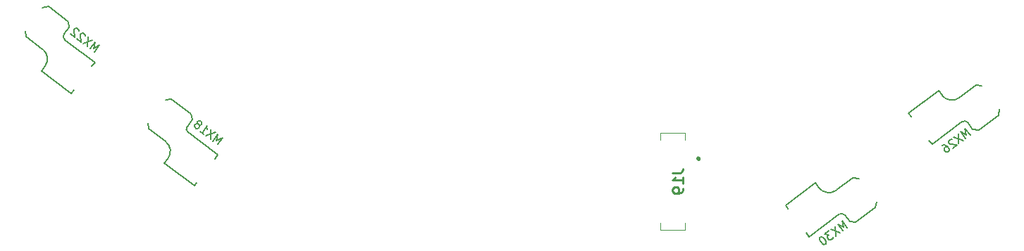
<source format=gbr>
G04 #@! TF.GenerationSoftware,KiCad,Pcbnew,(5.1.4)-1*
G04 #@! TF.CreationDate,2023-03-14T14:53:53-04:00*
G04 #@! TF.ProjectId,ThumbsUp,5468756d-6273-4557-902e-6b696361645f,rev?*
G04 #@! TF.SameCoordinates,Original*
G04 #@! TF.FileFunction,Legend,Bot*
G04 #@! TF.FilePolarity,Positive*
%FSLAX46Y46*%
G04 Gerber Fmt 4.6, Leading zero omitted, Abs format (unit mm)*
G04 Created by KiCad (PCBNEW (5.1.4)-1) date 2023-03-14 14:53:53*
%MOMM*%
%LPD*%
G04 APERTURE LIST*
%ADD10C,0.150000*%
%ADD11C,0.400000*%
%ADD12C,0.100000*%
%ADD13C,0.254000*%
G04 APERTURE END LIST*
D10*
X201452062Y-87555719D02*
X201752969Y-87955037D01*
X207874453Y-88601138D02*
G75*
G02X208574678Y-88699549I300907J-399318D01*
G01*
X212272624Y-87791150D02*
X209876718Y-89596595D01*
X212371035Y-87090924D02*
X212272624Y-87791150D01*
X209564457Y-84197290D02*
X207567868Y-85701827D01*
X203919504Y-90830125D02*
X204280593Y-91309306D01*
X210264682Y-84295700D02*
X209564457Y-84197290D01*
X204280593Y-91309306D02*
X207874452Y-88601139D01*
X208574678Y-88699549D02*
X209176493Y-89498184D01*
X209876718Y-89596595D02*
X209176493Y-89498184D01*
X207567869Y-85701828D02*
G75*
G02X205467192Y-85406597I-902723J1197954D01*
G01*
X205045922Y-84847552D02*
X201452062Y-87555719D01*
X205467192Y-85406597D02*
X205045922Y-84847552D01*
D11*
X176182000Y-93058000D02*
G75*
G03X176182000Y-92958000I0J50000D01*
G01*
X176182000Y-92958000D02*
G75*
G03X176182000Y-93058000I0J-50000D01*
G01*
X176182000Y-92958000D02*
X176182000Y-92958000D01*
X176182000Y-93058000D02*
X176182000Y-93058000D01*
D12*
X174632000Y-101608000D02*
X174632000Y-100758000D01*
X171632000Y-101608000D02*
X174632000Y-101608000D01*
X171632000Y-100758000D02*
X171632000Y-101608000D01*
X174632000Y-89908000D02*
X174632000Y-90758000D01*
X171632000Y-89908000D02*
X174632000Y-89908000D01*
X171632000Y-90758000D02*
X171632000Y-89908000D01*
D10*
X186677305Y-98689297D02*
X186978212Y-99088615D01*
X193099696Y-99734716D02*
G75*
G02X193799921Y-99833127I300907J-399318D01*
G01*
X197497867Y-98924728D02*
X195101961Y-100730173D01*
X197596278Y-98224502D02*
X197497867Y-98924728D01*
X194789700Y-95330868D02*
X192793111Y-96835405D01*
X189144747Y-101963703D02*
X189505836Y-102442884D01*
X195489925Y-95429278D02*
X194789700Y-95330868D01*
X189505836Y-102442884D02*
X193099695Y-99734717D01*
X193799921Y-99833127D02*
X194401736Y-100631762D01*
X195101961Y-100730173D02*
X194401736Y-100631762D01*
X192793112Y-96835406D02*
G75*
G02X190692435Y-96540175I-902723J1197954D01*
G01*
X190271165Y-95981130D02*
X186677305Y-98689297D01*
X190692435Y-96540175D02*
X190271165Y-95981130D01*
X115650435Y-96325992D02*
X115951343Y-95926674D01*
X114885105Y-89864237D02*
G75*
G02X114786696Y-89164012I300908J399317D01*
G01*
X112894194Y-85859706D02*
X115290100Y-87665151D01*
X112193969Y-85958117D02*
X112894194Y-85859706D01*
X110186026Y-89453566D02*
X112182615Y-90958104D01*
X118117877Y-93051586D02*
X118478966Y-92572405D01*
X110087616Y-88753341D02*
X110186026Y-89453566D01*
X118478966Y-92572405D02*
X114885106Y-89864237D01*
X114786696Y-89164012D02*
X115388511Y-88365377D01*
X115290100Y-87665151D02*
X115388511Y-88365377D01*
X112182615Y-90958104D02*
G75*
G02X112477846Y-93058779I-902722J-1197953D01*
G01*
X112056575Y-93617824D02*
X115650435Y-96325992D01*
X112477846Y-93058779D02*
X112056575Y-93617824D01*
X100875678Y-85192415D02*
X101176586Y-84793097D01*
X100110348Y-78730660D02*
G75*
G02X100011939Y-78030435I300908J399317D01*
G01*
X98119437Y-74726129D02*
X100515343Y-76531574D01*
X97419212Y-74824540D02*
X98119437Y-74726129D01*
X95411269Y-78319989D02*
X97407858Y-79824527D01*
X103343120Y-81918009D02*
X103704209Y-81438828D01*
X95312859Y-77619764D02*
X95411269Y-78319989D01*
X103704209Y-81438828D02*
X100110349Y-78730660D01*
X100011939Y-78030435D02*
X100613754Y-77231800D01*
X100515343Y-76531574D02*
X100613754Y-77231800D01*
X97407858Y-79824527D02*
G75*
G02X97703089Y-81925202I-902722J-1197953D01*
G01*
X97281818Y-82484247D02*
X100875678Y-85192415D01*
X97703089Y-81925202D02*
X97281818Y-82484247D01*
X208855053Y-90206677D02*
X208253238Y-89408042D01*
X208416894Y-90179101D01*
X207720814Y-89809252D01*
X208322629Y-90607887D01*
X207416572Y-90038515D02*
X207485963Y-91238360D01*
X206884148Y-90439725D02*
X208018387Y-90837150D01*
X206675252Y-90716390D02*
X206608564Y-90707018D01*
X206503846Y-90726303D01*
X206313694Y-90869592D01*
X206266292Y-90964938D01*
X206256919Y-91031627D01*
X206276205Y-91136345D01*
X206333521Y-91212406D01*
X206457524Y-91297838D01*
X207257782Y-91410307D01*
X206763388Y-91782859D01*
X205477029Y-91500065D02*
X205629150Y-91385434D01*
X205733868Y-91366148D01*
X205800556Y-91375521D01*
X205962590Y-91432296D01*
X206115252Y-91555759D01*
X206344515Y-91860001D01*
X206363800Y-91964720D01*
X206354428Y-92031408D01*
X206307025Y-92126754D01*
X206154904Y-92241385D01*
X206050186Y-92260671D01*
X205983498Y-92251298D01*
X205888152Y-92203896D01*
X205744862Y-92013744D01*
X205725577Y-91909026D01*
X205734949Y-91842338D01*
X205782352Y-91746992D01*
X205934473Y-91632360D01*
X206039192Y-91613075D01*
X206105880Y-91622447D01*
X206201226Y-91669850D01*
D13*
X173086523Y-94729904D02*
X173993666Y-94729904D01*
X174175095Y-94669428D01*
X174296047Y-94548476D01*
X174356523Y-94367047D01*
X174356523Y-94246095D01*
X174356523Y-95999904D02*
X174356523Y-95274190D01*
X174356523Y-95637047D02*
X173086523Y-95637047D01*
X173267952Y-95516095D01*
X173388904Y-95395142D01*
X173449380Y-95274190D01*
X174356523Y-96604666D02*
X174356523Y-96846571D01*
X174296047Y-96967523D01*
X174235571Y-97028000D01*
X174054142Y-97148952D01*
X173812238Y-97209428D01*
X173328428Y-97209428D01*
X173207476Y-97148952D01*
X173147000Y-97088476D01*
X173086523Y-96967523D01*
X173086523Y-96725619D01*
X173147000Y-96604666D01*
X173207476Y-96544190D01*
X173328428Y-96483714D01*
X173630809Y-96483714D01*
X173751761Y-96544190D01*
X173812238Y-96604666D01*
X173872714Y-96725619D01*
X173872714Y-96967523D01*
X173812238Y-97088476D01*
X173751761Y-97148952D01*
X173630809Y-97209428D01*
D10*
X194080296Y-101340255D02*
X193478481Y-100541620D01*
X193642137Y-101312679D01*
X192946057Y-100942830D01*
X193547872Y-101741465D01*
X192641815Y-101172093D02*
X192711206Y-102371938D01*
X192109391Y-101573303D02*
X193243630Y-101970728D01*
X191881210Y-101745250D02*
X191386816Y-102117802D01*
X191882291Y-102221439D01*
X191768200Y-102307413D01*
X191720798Y-102402759D01*
X191711425Y-102469447D01*
X191730711Y-102574165D01*
X191874000Y-102764316D01*
X191969346Y-102811719D01*
X192036034Y-102821091D01*
X192140752Y-102801806D01*
X192368934Y-102629859D01*
X192416337Y-102534513D01*
X192425709Y-102467825D01*
X190892423Y-102490354D02*
X190816362Y-102547670D01*
X190768960Y-102643016D01*
X190759587Y-102709704D01*
X190778873Y-102814422D01*
X190855474Y-102995201D01*
X190998763Y-103185353D01*
X191151425Y-103308816D01*
X191246771Y-103356218D01*
X191313459Y-103365591D01*
X191418177Y-103346305D01*
X191494238Y-103288990D01*
X191541641Y-103193644D01*
X191551013Y-103126955D01*
X191531728Y-103022237D01*
X191455126Y-102841458D01*
X191311837Y-102651307D01*
X191159175Y-102527844D01*
X191063829Y-102480441D01*
X190997141Y-102471069D01*
X190892423Y-102490354D01*
X118427899Y-91322333D02*
X119029714Y-90523697D01*
X118333634Y-90893546D01*
X118497290Y-90122487D01*
X117895475Y-90921123D01*
X118193048Y-89893224D02*
X117058809Y-90290650D01*
X117660624Y-89492014D02*
X117591233Y-90691860D01*
X116336234Y-89746151D02*
X116792597Y-90090045D01*
X116564416Y-89918098D02*
X117166231Y-89119462D01*
X117156318Y-89290869D01*
X117175062Y-89424245D01*
X117222465Y-89519591D01*
X116223765Y-88945893D02*
X116328484Y-88965179D01*
X116395172Y-88955806D01*
X116490518Y-88908403D01*
X116519176Y-88870373D01*
X116538461Y-88765655D01*
X116529089Y-88698967D01*
X116481686Y-88603621D01*
X116329565Y-88488989D01*
X116224847Y-88469704D01*
X116158158Y-88479076D01*
X116062812Y-88526479D01*
X116034155Y-88564509D01*
X116014869Y-88669228D01*
X116024242Y-88735916D01*
X116071644Y-88831262D01*
X116223765Y-88945893D01*
X116271168Y-89041239D01*
X116280540Y-89107927D01*
X116261255Y-89212646D01*
X116146623Y-89364767D01*
X116051277Y-89412169D01*
X115984589Y-89421542D01*
X115879871Y-89402256D01*
X115727750Y-89287625D01*
X115680347Y-89192279D01*
X115670975Y-89125591D01*
X115690260Y-89020872D01*
X115804892Y-88868751D01*
X115900238Y-88821349D01*
X115966926Y-88811976D01*
X116071644Y-88831262D01*
X103653142Y-80188756D02*
X104254957Y-79390120D01*
X103558877Y-79759969D01*
X103722533Y-78988910D01*
X103120718Y-79787546D01*
X103418291Y-78759647D02*
X102284052Y-79157073D01*
X102885867Y-78358437D02*
X102816476Y-79558283D01*
X102562340Y-78233893D02*
X102552967Y-78167205D01*
X102505565Y-78071859D01*
X102315413Y-77928569D01*
X102210695Y-77909284D01*
X102144007Y-77918656D01*
X102048661Y-77966059D01*
X101991345Y-78042120D01*
X101943402Y-78184868D01*
X102055871Y-78985126D01*
X101561477Y-78612574D01*
X101801734Y-77660736D02*
X101792362Y-77594048D01*
X101744959Y-77498702D01*
X101554808Y-77355412D01*
X101450090Y-77336127D01*
X101383401Y-77345499D01*
X101288055Y-77392902D01*
X101230740Y-77468962D01*
X101182796Y-77611711D01*
X101295265Y-78411969D01*
X100800872Y-78039416D01*
M02*

</source>
